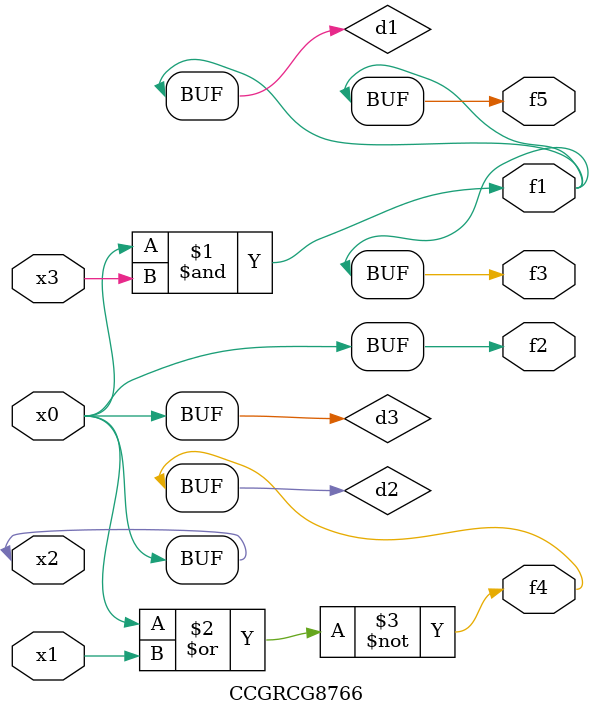
<source format=v>
module CCGRCG8766(
	input x0, x1, x2, x3,
	output f1, f2, f3, f4, f5
);

	wire d1, d2, d3;

	and (d1, x2, x3);
	nor (d2, x0, x1);
	buf (d3, x0, x2);
	assign f1 = d1;
	assign f2 = d3;
	assign f3 = d1;
	assign f4 = d2;
	assign f5 = d1;
endmodule

</source>
